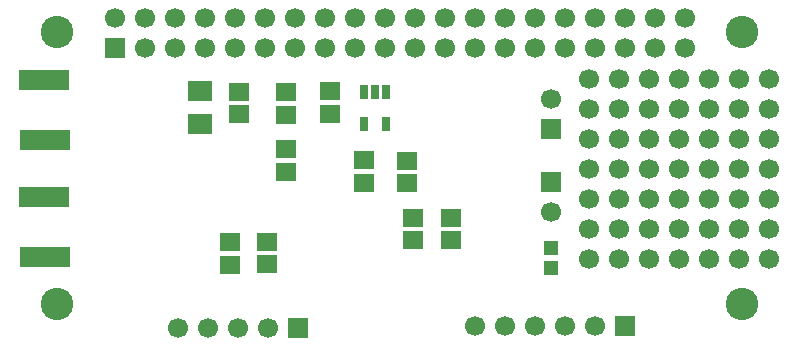
<source format=gbr>
G04 DipTrace 3.1.0.0*
G04 BottomMask.gbr*
%MOMM*%
G04 #@! TF.FileFunction,Soldermask,Bot*
G04 #@! TF.Part,Single*
%ADD38C,2.75*%
%ADD43R,0.8X1.3*%
%ADD53R,4.26X1.72*%
%ADD55R,1.2X1.3*%
%ADD57C,1.7*%
%ADD59C,1.7*%
%ADD61R,1.7X1.7*%
%ADD63R,2.0X1.8*%
%ADD65R,1.7X1.5*%
%FSLAX35Y35*%
G04*
G71*
G90*
G75*
G01*
G04 BotMask*
%LPD*%
D65*
X2891000Y3142667D3*
Y2952667D3*
X3288667Y3139000D3*
Y2949000D3*
X3952333Y2566333D3*
Y2376333D3*
X4312000Y2560333D3*
Y2370333D3*
X2811667Y1679333D3*
Y1869333D3*
X3287333Y2657333D3*
Y2467333D3*
D63*
X2560000Y3150000D3*
Y2870000D3*
D38*
X1349667Y1349000D3*
Y3649333D3*
X7150000D3*
X7149667Y1348667D3*
D61*
X1843667Y3517000D3*
D59*
Y3771000D3*
X2097667Y3517000D3*
Y3771000D3*
X2351667Y3517000D3*
Y3771000D3*
X2605667Y3517000D3*
Y3771000D3*
X2859667Y3517000D3*
Y3771000D3*
X3113667Y3517000D3*
Y3771000D3*
X3367667Y3517000D3*
Y3771000D3*
X3621667Y3517000D3*
Y3771000D3*
X3875667Y3517000D3*
Y3771000D3*
X4129667Y3517000D3*
Y3771000D3*
X4383667Y3517000D3*
Y3771000D3*
X4637667Y3517000D3*
Y3771000D3*
X4891667Y3517000D3*
Y3771000D3*
X5145667Y3517000D3*
Y3771000D3*
X5399667Y3517000D3*
Y3771000D3*
X5653667Y3517000D3*
Y3771000D3*
X5907667Y3517000D3*
Y3771000D3*
X6161667Y3517000D3*
Y3771000D3*
X6415667Y3517000D3*
Y3771000D3*
X6669667Y3517000D3*
Y3771000D3*
D61*
X6160000Y1160000D3*
D59*
X5906000D3*
X5652000D3*
X5398000D3*
X5144000D3*
X4890000D3*
D61*
X5530000Y2380000D3*
D59*
Y2126000D3*
D61*
Y2830000D3*
D59*
Y3084000D3*
D57*
X5852000Y3002000D3*
X6106000D3*
X6360000D3*
X6614000D3*
X6868000D3*
X7122000D3*
X7376000D3*
X5852000Y2748000D3*
X6106000D3*
X6360000D3*
X6614000D3*
X6868000D3*
X7122000D3*
X7376000D3*
Y2494000D3*
X7122000D3*
X6868000D3*
X6614000D3*
X6360000D3*
X6106000D3*
X5852000D3*
Y2240000D3*
X6106000D3*
X6360000D3*
X6614000D3*
X6868000D3*
X7122000D3*
X7376000D3*
Y1986000D3*
X7122000D3*
X6868000D3*
X6614000D3*
X6360000D3*
X6106000D3*
X5852000D3*
Y1732000D3*
X6106000D3*
X6360000D3*
X6614000D3*
X6868000D3*
X7122000D3*
X7376000D3*
X5852000Y3256000D3*
X6106000D3*
X6360000D3*
X6614000D3*
X6868000D3*
X7122000D3*
X7376000D3*
D61*
X3386333Y1147000D3*
D59*
X3132333D3*
X2878333D3*
X2624333D3*
X2370333D3*
D65*
X3659000Y3148667D3*
Y2958667D3*
X4364000Y1890000D3*
Y2080000D3*
X4688667Y1890000D3*
Y2080000D3*
D55*
X5530000Y1820000D3*
Y1650000D3*
D53*
X1246333Y2732000D3*
X1241333Y3241000D3*
X1247000Y1747000D3*
X1242000Y2256000D3*
D65*
X3129333Y1683667D3*
Y1873667D3*
D43*
X3949000Y3143000D3*
X4044000D3*
X4139000D3*
Y2873000D3*
X3949000D3*
M02*

</source>
